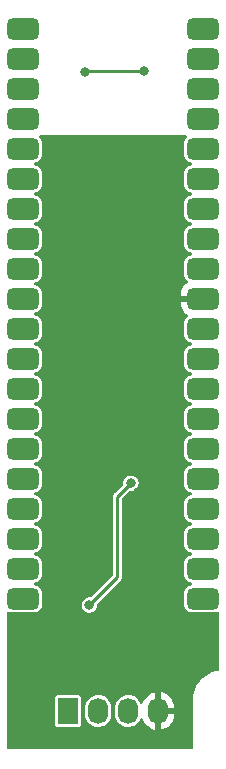
<source format=gbl>
G04 #@! TF.GenerationSoftware,KiCad,Pcbnew,(6.0.10)*
G04 #@! TF.CreationDate,2023-01-05T11:17:19+01:00*
G04 #@! TF.ProjectId,PIC_Interface,5049435f-496e-4746-9572-666163652e6b,rev?*
G04 #@! TF.SameCoordinates,Original*
G04 #@! TF.FileFunction,Copper,L2,Bot*
G04 #@! TF.FilePolarity,Positive*
%FSLAX46Y46*%
G04 Gerber Fmt 4.6, Leading zero omitted, Abs format (unit mm)*
G04 Created by KiCad (PCBNEW (6.0.10)) date 2023-01-05 11:17:19*
%MOMM*%
%LPD*%
G01*
G04 APERTURE LIST*
G04 Aperture macros list*
%AMRoundRect*
0 Rectangle with rounded corners*
0 $1 Rounding radius*
0 $2 $3 $4 $5 $6 $7 $8 $9 X,Y pos of 4 corners*
0 Add a 4 corners polygon primitive as box body*
4,1,4,$2,$3,$4,$5,$6,$7,$8,$9,$2,$3,0*
0 Add four circle primitives for the rounded corners*
1,1,$1+$1,$2,$3*
1,1,$1+$1,$4,$5*
1,1,$1+$1,$6,$7*
1,1,$1+$1,$8,$9*
0 Add four rect primitives between the rounded corners*
20,1,$1+$1,$2,$3,$4,$5,0*
20,1,$1+$1,$4,$5,$6,$7,0*
20,1,$1+$1,$6,$7,$8,$9,0*
20,1,$1+$1,$8,$9,$2,$3,0*%
G04 Aperture macros list end*
G04 #@! TA.AperFunction,ComponentPad*
%ADD10O,1.700000X2.200000*%
G04 #@! TD*
G04 #@! TA.AperFunction,ComponentPad*
%ADD11R,1.700000X2.200000*%
G04 #@! TD*
G04 #@! TA.AperFunction,ComponentPad*
%ADD12RoundRect,0.450000X-0.900000X-0.450000X0.900000X-0.450000X0.900000X0.450000X-0.900000X0.450000X0*%
G04 #@! TD*
G04 #@! TA.AperFunction,ViaPad*
%ADD13C,0.800000*%
G04 #@! TD*
G04 #@! TA.AperFunction,Conductor*
%ADD14C,0.250000*%
G04 #@! TD*
G04 APERTURE END LIST*
D10*
X146810000Y-124750000D03*
X144270000Y-124750000D03*
X141730000Y-124750000D03*
D11*
X139190000Y-124750000D03*
D12*
X150615000Y-67000000D03*
X150615000Y-69540000D03*
X150615000Y-72080000D03*
X150615000Y-74620000D03*
X150615000Y-77160000D03*
X150615000Y-79700000D03*
X150615000Y-82240000D03*
X150615000Y-84780000D03*
X150615000Y-87320000D03*
X150615000Y-89860000D03*
X150615000Y-92400000D03*
X150615000Y-94940000D03*
X150615000Y-97480000D03*
X150615000Y-100020000D03*
X150615000Y-102560000D03*
X150615000Y-105100000D03*
X150615000Y-107640000D03*
X150615000Y-110180000D03*
X150615000Y-112720000D03*
X150615000Y-115260000D03*
X135375000Y-115260000D03*
X135375000Y-112720000D03*
X135375000Y-110180000D03*
X135375000Y-107640000D03*
X135375000Y-105100000D03*
X135375000Y-102560000D03*
X135375000Y-100020000D03*
X135375000Y-97480000D03*
X135375000Y-94940000D03*
X135375000Y-92400000D03*
X135375000Y-89860000D03*
X135375000Y-87320000D03*
X135375000Y-84780000D03*
X135375000Y-82240000D03*
X135375000Y-79700000D03*
X135375000Y-77160000D03*
X135375000Y-74620000D03*
X135375000Y-72080000D03*
X135375000Y-69540000D03*
X135375000Y-67000000D03*
D13*
X137300000Y-121300000D03*
X143200000Y-118500000D03*
X145300000Y-114300000D03*
X140800000Y-118500000D03*
X137000000Y-118700000D03*
X138500000Y-126900000D03*
X144500966Y-105480237D03*
X141000000Y-115800000D03*
X146900000Y-111300000D03*
X148200000Y-78000000D03*
X141000000Y-105600000D03*
X145000000Y-103800000D03*
X142800000Y-91050000D03*
X138000000Y-111800000D03*
X141200000Y-110600000D03*
X141400000Y-102800000D03*
X148200000Y-87000000D03*
X143200000Y-99000000D03*
X137800000Y-94800000D03*
X148600000Y-96200000D03*
X140800000Y-86200000D03*
X144600000Y-107800000D03*
X141025000Y-77325000D03*
X145137911Y-106250500D03*
X143300000Y-96200000D03*
X141200000Y-114112000D03*
X140643750Y-70643750D03*
X145587701Y-70612299D03*
D14*
X143350000Y-106631203D02*
X143350000Y-113450000D01*
X143350000Y-113450000D02*
X141000000Y-115800000D01*
X144500966Y-105480237D02*
X143350000Y-106631203D01*
X140675201Y-70612299D02*
X140643750Y-70643750D01*
X145587701Y-70612299D02*
X140675201Y-70612299D01*
G04 #@! TA.AperFunction,Conductor*
G36*
X149192570Y-76020002D02*
G01*
X149239063Y-76073658D01*
X149249167Y-76143932D01*
X149219673Y-76208512D01*
X149213544Y-76215095D01*
X149156533Y-76272106D01*
X149068201Y-76417959D01*
X149017210Y-76580672D01*
X149010500Y-76653694D01*
X149010500Y-77666306D01*
X149017210Y-77739328D01*
X149068201Y-77902041D01*
X149156533Y-78047894D01*
X149277106Y-78168467D01*
X149283602Y-78172401D01*
X149404537Y-78245642D01*
X149422959Y-78256799D01*
X149430206Y-78259070D01*
X149430208Y-78259071D01*
X149468201Y-78270977D01*
X149584373Y-78307383D01*
X149585672Y-78307790D01*
X149585598Y-78308026D01*
X149645470Y-78339444D01*
X149680520Y-78401185D01*
X149676626Y-78472075D01*
X149635025Y-78529606D01*
X149585654Y-78552153D01*
X149585672Y-78552210D01*
X149585215Y-78552353D01*
X149585214Y-78552354D01*
X149510762Y-78575685D01*
X149430208Y-78600929D01*
X149430206Y-78600930D01*
X149422959Y-78603201D01*
X149416464Y-78607135D01*
X149416463Y-78607135D01*
X149350033Y-78647367D01*
X149277106Y-78691533D01*
X149156533Y-78812106D01*
X149068201Y-78957959D01*
X149017210Y-79120672D01*
X149010500Y-79193694D01*
X149010500Y-80206306D01*
X149017210Y-80279328D01*
X149068201Y-80442041D01*
X149156533Y-80587894D01*
X149277106Y-80708467D01*
X149283602Y-80712401D01*
X149404537Y-80785642D01*
X149422959Y-80796799D01*
X149430206Y-80799070D01*
X149430208Y-80799071D01*
X149468201Y-80810977D01*
X149584373Y-80847383D01*
X149585672Y-80847790D01*
X149585598Y-80848026D01*
X149645470Y-80879444D01*
X149680520Y-80941185D01*
X149676626Y-81012075D01*
X149635025Y-81069606D01*
X149585654Y-81092153D01*
X149585672Y-81092210D01*
X149585215Y-81092353D01*
X149585214Y-81092354D01*
X149510762Y-81115685D01*
X149430208Y-81140929D01*
X149430206Y-81140930D01*
X149422959Y-81143201D01*
X149416464Y-81147135D01*
X149416463Y-81147135D01*
X149350033Y-81187367D01*
X149277106Y-81231533D01*
X149156533Y-81352106D01*
X149068201Y-81497959D01*
X149017210Y-81660672D01*
X149010500Y-81733694D01*
X149010500Y-82746306D01*
X149017210Y-82819328D01*
X149068201Y-82982041D01*
X149156533Y-83127894D01*
X149277106Y-83248467D01*
X149283602Y-83252401D01*
X149404537Y-83325642D01*
X149422959Y-83336799D01*
X149430206Y-83339070D01*
X149430208Y-83339071D01*
X149468201Y-83350977D01*
X149584373Y-83387383D01*
X149585672Y-83387790D01*
X149585598Y-83388026D01*
X149645470Y-83419444D01*
X149680520Y-83481185D01*
X149676626Y-83552075D01*
X149635025Y-83609606D01*
X149585654Y-83632153D01*
X149585672Y-83632210D01*
X149585215Y-83632353D01*
X149585214Y-83632354D01*
X149510762Y-83655685D01*
X149430208Y-83680929D01*
X149430206Y-83680930D01*
X149422959Y-83683201D01*
X149416464Y-83687135D01*
X149416463Y-83687135D01*
X149350033Y-83727367D01*
X149277106Y-83771533D01*
X149156533Y-83892106D01*
X149068201Y-84037959D01*
X149017210Y-84200672D01*
X149010500Y-84273694D01*
X149010500Y-85286306D01*
X149017210Y-85359328D01*
X149068201Y-85522041D01*
X149156533Y-85667894D01*
X149277106Y-85788467D01*
X149283602Y-85792401D01*
X149404537Y-85865642D01*
X149422959Y-85876799D01*
X149430206Y-85879070D01*
X149430208Y-85879071D01*
X149468201Y-85890977D01*
X149584373Y-85927383D01*
X149585672Y-85927790D01*
X149585598Y-85928026D01*
X149645470Y-85959444D01*
X149680520Y-86021185D01*
X149676626Y-86092075D01*
X149635025Y-86149606D01*
X149585654Y-86172153D01*
X149585672Y-86172210D01*
X149585215Y-86172353D01*
X149585214Y-86172354D01*
X149510762Y-86195685D01*
X149430208Y-86220929D01*
X149430206Y-86220930D01*
X149422959Y-86223201D01*
X149416464Y-86227135D01*
X149416463Y-86227135D01*
X149350032Y-86267367D01*
X149277106Y-86311533D01*
X149156533Y-86432106D01*
X149068201Y-86577959D01*
X149017210Y-86740672D01*
X149010500Y-86813694D01*
X149010500Y-87826306D01*
X149017210Y-87899328D01*
X149068201Y-88062041D01*
X149156533Y-88207894D01*
X149277106Y-88328467D01*
X149283602Y-88332401D01*
X149283605Y-88332403D01*
X149289157Y-88335766D01*
X149337063Y-88388164D01*
X149349035Y-88458144D01*
X149321273Y-88523488D01*
X149282260Y-88555202D01*
X149190577Y-88603133D01*
X149179976Y-88610123D01*
X149039038Y-88725069D01*
X149030069Y-88734038D01*
X148915123Y-88874976D01*
X148908135Y-88885574D01*
X148823881Y-89046738D01*
X148819163Y-89058533D01*
X148768931Y-89233714D01*
X148766745Y-89245451D01*
X148757249Y-89351845D01*
X148757000Y-89357440D01*
X148757000Y-89587885D01*
X148761475Y-89603124D01*
X148762865Y-89604329D01*
X148770548Y-89606000D01*
X150743000Y-89606000D01*
X150811121Y-89626002D01*
X150857614Y-89679658D01*
X150869000Y-89732000D01*
X150869000Y-89988000D01*
X150848998Y-90056121D01*
X150795342Y-90102614D01*
X150743000Y-90114000D01*
X148775115Y-90114000D01*
X148759876Y-90118475D01*
X148758671Y-90119865D01*
X148757000Y-90127548D01*
X148757000Y-90362560D01*
X148757249Y-90368155D01*
X148766745Y-90474549D01*
X148768931Y-90486286D01*
X148819163Y-90661467D01*
X148823881Y-90673262D01*
X148908135Y-90834426D01*
X148915123Y-90845024D01*
X149030069Y-90985962D01*
X149039038Y-90994931D01*
X149179976Y-91109877D01*
X149190577Y-91116867D01*
X149282260Y-91164798D01*
X149333361Y-91214084D01*
X149349705Y-91283174D01*
X149326101Y-91350132D01*
X149289157Y-91384234D01*
X149283605Y-91387597D01*
X149277106Y-91391533D01*
X149156533Y-91512106D01*
X149068201Y-91657959D01*
X149017210Y-91820672D01*
X149010500Y-91893694D01*
X149010500Y-92906306D01*
X149017210Y-92979328D01*
X149068201Y-93142041D01*
X149156533Y-93287894D01*
X149277106Y-93408467D01*
X149283602Y-93412401D01*
X149404537Y-93485642D01*
X149422959Y-93496799D01*
X149430206Y-93499070D01*
X149430208Y-93499071D01*
X149468201Y-93510977D01*
X149584373Y-93547383D01*
X149585672Y-93547790D01*
X149585598Y-93548026D01*
X149645470Y-93579444D01*
X149680520Y-93641185D01*
X149676626Y-93712075D01*
X149635025Y-93769606D01*
X149585654Y-93792153D01*
X149585672Y-93792210D01*
X149585215Y-93792353D01*
X149585214Y-93792354D01*
X149510762Y-93815685D01*
X149430208Y-93840929D01*
X149430206Y-93840930D01*
X149422959Y-93843201D01*
X149416464Y-93847135D01*
X149416463Y-93847135D01*
X149350033Y-93887367D01*
X149277106Y-93931533D01*
X149156533Y-94052106D01*
X149068201Y-94197959D01*
X149017210Y-94360672D01*
X149010500Y-94433694D01*
X149010500Y-95446306D01*
X149017210Y-95519328D01*
X149068201Y-95682041D01*
X149156533Y-95827894D01*
X149277106Y-95948467D01*
X149283602Y-95952401D01*
X149404537Y-96025642D01*
X149422959Y-96036799D01*
X149430206Y-96039070D01*
X149430208Y-96039071D01*
X149468201Y-96050977D01*
X149584373Y-96087383D01*
X149585672Y-96087790D01*
X149585598Y-96088026D01*
X149645470Y-96119444D01*
X149680520Y-96181185D01*
X149676626Y-96252075D01*
X149635025Y-96309606D01*
X149585654Y-96332153D01*
X149585672Y-96332210D01*
X149585215Y-96332353D01*
X149585214Y-96332354D01*
X149510762Y-96355685D01*
X149430208Y-96380929D01*
X149430206Y-96380930D01*
X149422959Y-96383201D01*
X149416464Y-96387135D01*
X149416463Y-96387135D01*
X149350032Y-96427367D01*
X149277106Y-96471533D01*
X149156533Y-96592106D01*
X149068201Y-96737959D01*
X149017210Y-96900672D01*
X149010500Y-96973694D01*
X149010500Y-97986306D01*
X149017210Y-98059328D01*
X149068201Y-98222041D01*
X149156533Y-98367894D01*
X149277106Y-98488467D01*
X149283602Y-98492401D01*
X149404537Y-98565642D01*
X149422959Y-98576799D01*
X149430206Y-98579070D01*
X149430208Y-98579071D01*
X149468201Y-98590977D01*
X149584373Y-98627383D01*
X149585672Y-98627790D01*
X149585598Y-98628026D01*
X149645470Y-98659444D01*
X149680520Y-98721185D01*
X149676626Y-98792075D01*
X149635025Y-98849606D01*
X149585654Y-98872153D01*
X149585672Y-98872210D01*
X149585215Y-98872353D01*
X149585214Y-98872354D01*
X149510762Y-98895685D01*
X149430208Y-98920929D01*
X149430206Y-98920930D01*
X149422959Y-98923201D01*
X149416464Y-98927135D01*
X149416463Y-98927135D01*
X149350032Y-98967367D01*
X149277106Y-99011533D01*
X149156533Y-99132106D01*
X149068201Y-99277959D01*
X149017210Y-99440672D01*
X149010500Y-99513694D01*
X149010500Y-100526306D01*
X149017210Y-100599328D01*
X149068201Y-100762041D01*
X149156533Y-100907894D01*
X149277106Y-101028467D01*
X149283602Y-101032401D01*
X149404537Y-101105642D01*
X149422959Y-101116799D01*
X149430206Y-101119070D01*
X149430208Y-101119071D01*
X149468201Y-101130977D01*
X149584373Y-101167383D01*
X149585672Y-101167790D01*
X149585598Y-101168026D01*
X149645470Y-101199444D01*
X149680520Y-101261185D01*
X149676626Y-101332075D01*
X149635025Y-101389606D01*
X149585654Y-101412153D01*
X149585672Y-101412210D01*
X149585215Y-101412353D01*
X149585214Y-101412354D01*
X149510762Y-101435685D01*
X149430208Y-101460929D01*
X149430206Y-101460930D01*
X149422959Y-101463201D01*
X149416464Y-101467135D01*
X149416463Y-101467135D01*
X149350032Y-101507367D01*
X149277106Y-101551533D01*
X149156533Y-101672106D01*
X149068201Y-101817959D01*
X149017210Y-101980672D01*
X149010500Y-102053694D01*
X149010500Y-103066306D01*
X149017210Y-103139328D01*
X149068201Y-103302041D01*
X149156533Y-103447894D01*
X149277106Y-103568467D01*
X149283602Y-103572401D01*
X149404537Y-103645642D01*
X149422959Y-103656799D01*
X149430206Y-103659070D01*
X149430208Y-103659071D01*
X149468201Y-103670977D01*
X149584373Y-103707383D01*
X149585672Y-103707790D01*
X149585598Y-103708026D01*
X149645470Y-103739444D01*
X149680520Y-103801185D01*
X149676626Y-103872075D01*
X149635025Y-103929606D01*
X149585654Y-103952153D01*
X149585672Y-103952210D01*
X149585215Y-103952353D01*
X149585214Y-103952354D01*
X149510762Y-103975685D01*
X149430208Y-104000929D01*
X149430206Y-104000930D01*
X149422959Y-104003201D01*
X149416464Y-104007135D01*
X149416463Y-104007135D01*
X149350032Y-104047367D01*
X149277106Y-104091533D01*
X149156533Y-104212106D01*
X149068201Y-104357959D01*
X149017210Y-104520672D01*
X149010500Y-104593694D01*
X149010500Y-105606306D01*
X149017210Y-105679328D01*
X149019211Y-105685712D01*
X149019211Y-105685714D01*
X149056291Y-105804035D01*
X149068201Y-105842041D01*
X149156533Y-105987894D01*
X149277106Y-106108467D01*
X149322456Y-106135932D01*
X149404537Y-106185642D01*
X149422959Y-106196799D01*
X149430206Y-106199070D01*
X149430208Y-106199071D01*
X149468201Y-106210977D01*
X149584373Y-106247383D01*
X149585672Y-106247790D01*
X149585598Y-106248026D01*
X149645470Y-106279444D01*
X149680520Y-106341185D01*
X149676626Y-106412075D01*
X149635025Y-106469606D01*
X149585654Y-106492153D01*
X149585672Y-106492210D01*
X149585215Y-106492353D01*
X149585214Y-106492354D01*
X149525563Y-106511047D01*
X149430208Y-106540929D01*
X149430206Y-106540930D01*
X149422959Y-106543201D01*
X149416464Y-106547135D01*
X149416463Y-106547135D01*
X149357275Y-106582981D01*
X149277106Y-106631533D01*
X149156533Y-106752106D01*
X149068201Y-106897959D01*
X149017210Y-107060672D01*
X149010500Y-107133694D01*
X149010500Y-108146306D01*
X149017210Y-108219328D01*
X149068201Y-108382041D01*
X149156533Y-108527894D01*
X149277106Y-108648467D01*
X149283602Y-108652401D01*
X149404537Y-108725642D01*
X149422959Y-108736799D01*
X149430206Y-108739070D01*
X149430208Y-108739071D01*
X149468201Y-108750977D01*
X149584373Y-108787383D01*
X149585672Y-108787790D01*
X149585598Y-108788026D01*
X149645470Y-108819444D01*
X149680520Y-108881185D01*
X149676626Y-108952075D01*
X149635025Y-109009606D01*
X149585654Y-109032153D01*
X149585672Y-109032210D01*
X149585215Y-109032353D01*
X149585214Y-109032354D01*
X149510762Y-109055685D01*
X149430208Y-109080929D01*
X149430206Y-109080930D01*
X149422959Y-109083201D01*
X149416464Y-109087135D01*
X149416463Y-109087135D01*
X149350033Y-109127367D01*
X149277106Y-109171533D01*
X149156533Y-109292106D01*
X149068201Y-109437959D01*
X149017210Y-109600672D01*
X149010500Y-109673694D01*
X149010500Y-110686306D01*
X149017210Y-110759328D01*
X149068201Y-110922041D01*
X149156533Y-111067894D01*
X149277106Y-111188467D01*
X149283602Y-111192401D01*
X149404537Y-111265642D01*
X149422959Y-111276799D01*
X149430206Y-111279070D01*
X149430208Y-111279071D01*
X149468201Y-111290977D01*
X149584373Y-111327383D01*
X149585672Y-111327790D01*
X149585598Y-111328026D01*
X149645470Y-111359444D01*
X149680520Y-111421185D01*
X149676626Y-111492075D01*
X149635025Y-111549606D01*
X149585654Y-111572153D01*
X149585672Y-111572210D01*
X149585215Y-111572353D01*
X149585214Y-111572354D01*
X149510762Y-111595685D01*
X149430208Y-111620929D01*
X149430206Y-111620930D01*
X149422959Y-111623201D01*
X149416464Y-111627135D01*
X149416463Y-111627135D01*
X149350033Y-111667367D01*
X149277106Y-111711533D01*
X149156533Y-111832106D01*
X149068201Y-111977959D01*
X149017210Y-112140672D01*
X149010500Y-112213694D01*
X149010500Y-113226306D01*
X149017210Y-113299328D01*
X149019211Y-113305712D01*
X149019211Y-113305714D01*
X149062662Y-113444365D01*
X149068201Y-113462041D01*
X149072135Y-113468536D01*
X149072135Y-113468537D01*
X149087695Y-113494229D01*
X149156533Y-113607894D01*
X149277106Y-113728467D01*
X149283602Y-113732401D01*
X149404537Y-113805642D01*
X149422959Y-113816799D01*
X149430206Y-113819070D01*
X149430208Y-113819071D01*
X149468201Y-113830977D01*
X149584373Y-113867383D01*
X149585672Y-113867790D01*
X149585598Y-113868026D01*
X149645470Y-113899444D01*
X149680520Y-113961185D01*
X149676626Y-114032075D01*
X149635025Y-114089606D01*
X149585654Y-114112153D01*
X149585672Y-114112210D01*
X149585215Y-114112353D01*
X149585214Y-114112354D01*
X149510762Y-114135685D01*
X149430208Y-114160929D01*
X149430206Y-114160930D01*
X149422959Y-114163201D01*
X149416464Y-114167135D01*
X149416463Y-114167135D01*
X149350032Y-114207367D01*
X149277106Y-114251533D01*
X149156533Y-114372106D01*
X149068201Y-114517959D01*
X149017210Y-114680672D01*
X149010500Y-114753694D01*
X149010500Y-115766306D01*
X149017210Y-115839328D01*
X149019211Y-115845712D01*
X149019211Y-115845714D01*
X149052066Y-115950553D01*
X149068201Y-116002041D01*
X149156533Y-116147894D01*
X149277106Y-116268467D01*
X149283602Y-116272401D01*
X149415965Y-116352563D01*
X149422959Y-116356799D01*
X149430206Y-116359070D01*
X149430208Y-116359071D01*
X149579286Y-116405789D01*
X149579288Y-116405789D01*
X149585672Y-116407790D01*
X149658694Y-116414500D01*
X151571306Y-116414500D01*
X151644328Y-116407790D01*
X151650712Y-116405789D01*
X151650714Y-116405789D01*
X151799789Y-116359072D01*
X151799792Y-116359071D01*
X151807041Y-116356799D01*
X151813539Y-116352864D01*
X151817651Y-116351007D01*
X151887968Y-116341206D01*
X151952422Y-116370977D01*
X151990548Y-116430867D01*
X151995500Y-116465845D01*
X151995500Y-121236424D01*
X151975498Y-121304545D01*
X151921842Y-121351038D01*
X151892214Y-121360360D01*
X151649540Y-121404831D01*
X151360271Y-121494970D01*
X151356801Y-121496532D01*
X151356795Y-121496534D01*
X151222123Y-121557145D01*
X151083976Y-121619320D01*
X151080719Y-121621289D01*
X151080715Y-121621291D01*
X151002034Y-121668856D01*
X150824685Y-121776067D01*
X150586177Y-121962925D01*
X150371932Y-122177169D01*
X150369590Y-122180159D01*
X150369585Y-122180164D01*
X150187416Y-122412685D01*
X150185073Y-122415676D01*
X150028325Y-122674966D01*
X149903974Y-122951261D01*
X149813834Y-123240529D01*
X149813150Y-123244263D01*
X149813148Y-123244270D01*
X149767348Y-123494187D01*
X149759217Y-123538554D01*
X149758988Y-123542342D01*
X149758987Y-123542349D01*
X149751603Y-123664423D01*
X149741100Y-123838041D01*
X149740514Y-123840989D01*
X149742934Y-123853155D01*
X149742934Y-123853156D01*
X149743079Y-123853883D01*
X149745500Y-123878465D01*
X149745500Y-127869500D01*
X149725498Y-127937621D01*
X149671842Y-127984114D01*
X149619500Y-127995500D01*
X134130500Y-127995500D01*
X134062379Y-127975498D01*
X134015886Y-127921842D01*
X134004500Y-127869500D01*
X134004500Y-123624933D01*
X138085500Y-123624933D01*
X138085501Y-125875066D01*
X138100266Y-125949301D01*
X138107161Y-125959620D01*
X138107162Y-125959622D01*
X138138027Y-126005813D01*
X138156516Y-126033484D01*
X138240699Y-126089734D01*
X138314933Y-126104500D01*
X139189858Y-126104500D01*
X140065066Y-126104499D01*
X140102513Y-126097051D01*
X140127126Y-126092156D01*
X140127128Y-126092155D01*
X140139301Y-126089734D01*
X140149621Y-126082839D01*
X140149622Y-126082838D01*
X140213168Y-126040377D01*
X140223484Y-126033484D01*
X140249309Y-125994835D01*
X140272839Y-125959620D01*
X140279734Y-125949301D01*
X140294500Y-125875067D01*
X140294500Y-125052659D01*
X140625500Y-125052659D01*
X140640493Y-125209806D01*
X140699823Y-125412042D01*
X140702573Y-125417381D01*
X140779454Y-125566654D01*
X140796324Y-125599410D01*
X140800028Y-125604125D01*
X140922808Y-125760432D01*
X140922812Y-125760436D01*
X140926514Y-125765149D01*
X140931044Y-125769080D01*
X140931045Y-125769081D01*
X141081165Y-125899350D01*
X141081170Y-125899354D01*
X141085696Y-125903281D01*
X141268126Y-126008819D01*
X141467222Y-126077957D01*
X141473155Y-126078817D01*
X141473158Y-126078818D01*
X141669860Y-126107338D01*
X141669863Y-126107338D01*
X141675800Y-126108199D01*
X141886333Y-126098455D01*
X141892157Y-126097051D01*
X141892160Y-126097051D01*
X142085393Y-126050482D01*
X142085395Y-126050481D01*
X142091226Y-126049076D01*
X142096684Y-126046594D01*
X142096688Y-126046593D01*
X142211294Y-125994484D01*
X142283084Y-125961843D01*
X142429659Y-125857870D01*
X142450100Y-125843370D01*
X142450101Y-125843369D01*
X142454986Y-125839904D01*
X142600728Y-125687660D01*
X142657710Y-125599410D01*
X142711800Y-125515640D01*
X142711801Y-125515637D01*
X142715052Y-125510603D01*
X142793834Y-125315122D01*
X142834229Y-125108271D01*
X142834500Y-125102730D01*
X142834500Y-125052659D01*
X143165500Y-125052659D01*
X143180493Y-125209806D01*
X143239823Y-125412042D01*
X143242573Y-125417381D01*
X143319454Y-125566654D01*
X143336324Y-125599410D01*
X143340028Y-125604125D01*
X143462808Y-125760432D01*
X143462812Y-125760436D01*
X143466514Y-125765149D01*
X143471044Y-125769080D01*
X143471045Y-125769081D01*
X143621165Y-125899350D01*
X143621170Y-125899354D01*
X143625696Y-125903281D01*
X143808126Y-126008819D01*
X144007222Y-126077957D01*
X144013155Y-126078817D01*
X144013158Y-126078818D01*
X144209860Y-126107338D01*
X144209863Y-126107338D01*
X144215800Y-126108199D01*
X144426333Y-126098455D01*
X144432157Y-126097051D01*
X144432160Y-126097051D01*
X144625393Y-126050482D01*
X144625395Y-126050481D01*
X144631226Y-126049076D01*
X144636684Y-126046594D01*
X144636688Y-126046593D01*
X144751294Y-125994484D01*
X144823084Y-125961843D01*
X144969659Y-125857870D01*
X144990100Y-125843370D01*
X144990101Y-125843369D01*
X144994986Y-125839904D01*
X145140728Y-125687660D01*
X145197710Y-125599410D01*
X145251800Y-125515640D01*
X145251801Y-125515637D01*
X145255052Y-125510603D01*
X145285241Y-125435696D01*
X145329257Y-125379990D01*
X145396402Y-125356924D01*
X145465359Y-125373821D01*
X145514233Y-125425317D01*
X145520847Y-125442690D01*
X145521360Y-125442509D01*
X145526665Y-125457575D01*
X145616937Y-125657970D01*
X145622106Y-125667256D01*
X145744850Y-125849575D01*
X145751519Y-125857870D01*
X145903228Y-126016900D01*
X145911186Y-126023941D01*
X146087525Y-126155141D01*
X146096562Y-126160745D01*
X146292484Y-126260357D01*
X146302335Y-126264357D01*
X146512240Y-126329534D01*
X146522624Y-126331817D01*
X146538043Y-126333861D01*
X146552207Y-126331665D01*
X146556000Y-126318478D01*
X146556000Y-126316192D01*
X147064000Y-126316192D01*
X147067973Y-126329723D01*
X147078580Y-126331248D01*
X147196421Y-126306523D01*
X147206617Y-126303463D01*
X147411029Y-126222737D01*
X147420561Y-126218006D01*
X147608462Y-126103984D01*
X147617052Y-126097720D01*
X147783052Y-125953673D01*
X147790472Y-125946042D01*
X147929826Y-125776089D01*
X147935850Y-125767322D01*
X148044576Y-125576318D01*
X148049041Y-125566654D01*
X148124031Y-125360059D01*
X148126802Y-125349792D01*
X148166123Y-125132345D01*
X148167056Y-125124116D01*
X148167930Y-125105598D01*
X148168000Y-125102623D01*
X148168000Y-125022115D01*
X148163525Y-125006876D01*
X148162135Y-125005671D01*
X148154452Y-125004000D01*
X147082115Y-125004000D01*
X147066876Y-125008475D01*
X147065671Y-125009865D01*
X147064000Y-125017548D01*
X147064000Y-126316192D01*
X146556000Y-126316192D01*
X146556000Y-124477885D01*
X147064000Y-124477885D01*
X147068475Y-124493124D01*
X147069865Y-124494329D01*
X147077548Y-124496000D01*
X148149885Y-124496000D01*
X148165124Y-124491525D01*
X148166329Y-124490135D01*
X148168000Y-124482452D01*
X148168000Y-124444794D01*
X148167775Y-124439485D01*
X148153876Y-124275675D01*
X148152086Y-124265203D01*
X148096870Y-124052465D01*
X148093335Y-124042425D01*
X148003063Y-123842030D01*
X147997894Y-123832744D01*
X147875150Y-123650425D01*
X147868481Y-123642130D01*
X147716772Y-123483100D01*
X147708814Y-123476059D01*
X147532475Y-123344859D01*
X147523438Y-123339255D01*
X147327516Y-123239643D01*
X147317665Y-123235643D01*
X147107760Y-123170466D01*
X147097376Y-123168183D01*
X147081957Y-123166139D01*
X147067793Y-123168335D01*
X147064000Y-123181522D01*
X147064000Y-124477885D01*
X146556000Y-124477885D01*
X146556000Y-123183808D01*
X146552027Y-123170277D01*
X146541420Y-123168752D01*
X146423579Y-123193477D01*
X146413383Y-123196537D01*
X146208971Y-123277263D01*
X146199439Y-123281994D01*
X146011538Y-123396016D01*
X146002948Y-123402280D01*
X145836948Y-123546327D01*
X145829528Y-123553958D01*
X145690174Y-123723911D01*
X145684150Y-123732678D01*
X145575424Y-123923682D01*
X145570959Y-123933346D01*
X145524497Y-124061345D01*
X145482452Y-124118553D01*
X145416153Y-124143949D01*
X145346649Y-124129469D01*
X145294042Y-124076046D01*
X145206422Y-123905921D01*
X145206420Y-123905918D01*
X145203676Y-123900590D01*
X145134355Y-123812340D01*
X145077192Y-123739568D01*
X145077188Y-123739564D01*
X145073486Y-123734851D01*
X145060879Y-123723911D01*
X144918835Y-123600650D01*
X144918830Y-123600646D01*
X144914304Y-123596719D01*
X144731874Y-123491181D01*
X144532778Y-123422043D01*
X144526845Y-123421183D01*
X144526842Y-123421182D01*
X144330140Y-123392662D01*
X144330137Y-123392662D01*
X144324200Y-123391801D01*
X144113667Y-123401545D01*
X144107843Y-123402949D01*
X144107840Y-123402949D01*
X143914607Y-123449518D01*
X143914605Y-123449519D01*
X143908774Y-123450924D01*
X143903316Y-123453406D01*
X143903312Y-123453407D01*
X143838007Y-123483100D01*
X143716916Y-123538157D01*
X143638594Y-123593715D01*
X143558648Y-123650425D01*
X143545014Y-123660096D01*
X143399272Y-123812340D01*
X143396021Y-123817375D01*
X143321140Y-123933346D01*
X143284948Y-123989397D01*
X143206166Y-124184878D01*
X143165771Y-124391729D01*
X143165500Y-124397270D01*
X143165500Y-125052659D01*
X142834500Y-125052659D01*
X142834500Y-124447341D01*
X142819507Y-124290194D01*
X142760177Y-124087958D01*
X142709415Y-123989397D01*
X142666422Y-123905921D01*
X142666420Y-123905918D01*
X142663676Y-123900590D01*
X142594355Y-123812340D01*
X142537192Y-123739568D01*
X142537188Y-123739564D01*
X142533486Y-123734851D01*
X142520879Y-123723911D01*
X142378835Y-123600650D01*
X142378830Y-123600646D01*
X142374304Y-123596719D01*
X142191874Y-123491181D01*
X141992778Y-123422043D01*
X141986845Y-123421183D01*
X141986842Y-123421182D01*
X141790140Y-123392662D01*
X141790137Y-123392662D01*
X141784200Y-123391801D01*
X141573667Y-123401545D01*
X141567843Y-123402949D01*
X141567840Y-123402949D01*
X141374607Y-123449518D01*
X141374605Y-123449519D01*
X141368774Y-123450924D01*
X141363316Y-123453406D01*
X141363312Y-123453407D01*
X141298007Y-123483100D01*
X141176916Y-123538157D01*
X141098594Y-123593715D01*
X141018648Y-123650425D01*
X141005014Y-123660096D01*
X140859272Y-123812340D01*
X140856021Y-123817375D01*
X140781140Y-123933346D01*
X140744948Y-123989397D01*
X140666166Y-124184878D01*
X140625771Y-124391729D01*
X140625500Y-124397270D01*
X140625500Y-125052659D01*
X140294500Y-125052659D01*
X140294499Y-123624934D01*
X140279734Y-123550699D01*
X140269697Y-123535677D01*
X140230377Y-123476832D01*
X140223484Y-123466516D01*
X140139301Y-123410266D01*
X140065067Y-123395500D01*
X139190142Y-123395500D01*
X138314934Y-123395501D01*
X138280851Y-123402280D01*
X138252874Y-123407844D01*
X138252872Y-123407845D01*
X138240699Y-123410266D01*
X138230379Y-123417161D01*
X138230378Y-123417162D01*
X138181955Y-123449518D01*
X138156516Y-123466516D01*
X138149623Y-123476832D01*
X138110304Y-123535677D01*
X138100266Y-123550699D01*
X138085500Y-123624933D01*
X134004500Y-123624933D01*
X134004500Y-116470360D01*
X134024502Y-116402239D01*
X134078158Y-116355746D01*
X134148432Y-116345642D01*
X134179462Y-116354681D01*
X134182959Y-116356799D01*
X134190206Y-116359070D01*
X134190208Y-116359071D01*
X134339286Y-116405789D01*
X134339288Y-116405789D01*
X134345672Y-116407790D01*
X134418694Y-116414500D01*
X136331306Y-116414500D01*
X136404328Y-116407790D01*
X136410712Y-116405789D01*
X136410714Y-116405789D01*
X136559792Y-116359071D01*
X136559794Y-116359070D01*
X136567041Y-116356799D01*
X136574036Y-116352563D01*
X136706398Y-116272401D01*
X136712894Y-116268467D01*
X136833467Y-116147894D01*
X136921799Y-116002041D01*
X136937935Y-115950553D01*
X136970789Y-115845714D01*
X136970789Y-115845712D01*
X136972790Y-115839328D01*
X136977038Y-115793096D01*
X140340729Y-115793096D01*
X140358113Y-115950553D01*
X140360723Y-115957684D01*
X140360723Y-115957686D01*
X140376955Y-116002041D01*
X140412553Y-116099319D01*
X140416789Y-116105622D01*
X140416789Y-116105623D01*
X140448805Y-116153267D01*
X140500908Y-116230805D01*
X140506527Y-116235918D01*
X140506528Y-116235919D01*
X140612460Y-116332309D01*
X140618076Y-116337419D01*
X140757293Y-116413008D01*
X140910522Y-116453207D01*
X140994477Y-116454526D01*
X141061319Y-116455576D01*
X141061322Y-116455576D01*
X141068916Y-116455695D01*
X141223332Y-116420329D01*
X141293742Y-116384917D01*
X141358072Y-116352563D01*
X141358075Y-116352561D01*
X141364855Y-116349151D01*
X141370626Y-116344222D01*
X141370629Y-116344220D01*
X141479536Y-116251204D01*
X141479536Y-116251203D01*
X141485314Y-116246269D01*
X141577755Y-116117624D01*
X141636842Y-115970641D01*
X141655530Y-115839328D01*
X141658581Y-115817891D01*
X141658581Y-115817888D01*
X141659162Y-115813807D01*
X141659307Y-115800000D01*
X141653437Y-115751496D01*
X141665109Y-115681468D01*
X141689429Y-115647265D01*
X143580216Y-113756478D01*
X143598964Y-113741336D01*
X143600189Y-113740221D01*
X143608940Y-113734571D01*
X143615387Y-113726393D01*
X143615389Y-113726391D01*
X143629729Y-113708200D01*
X143633675Y-113703759D01*
X143633602Y-113703697D01*
X143636961Y-113699733D01*
X143640638Y-113696056D01*
X143651892Y-113680308D01*
X143655398Y-113675638D01*
X143687156Y-113635353D01*
X143690188Y-113626719D01*
X143695514Y-113619266D01*
X143710203Y-113570150D01*
X143712036Y-113564508D01*
X143726390Y-113523633D01*
X143726390Y-113523632D01*
X143729018Y-113516149D01*
X143729500Y-113510584D01*
X143729500Y-113507876D01*
X143729614Y-113505242D01*
X143729643Y-113505144D01*
X143729807Y-113505151D01*
X143729851Y-113504447D01*
X143731713Y-113498222D01*
X143729597Y-113444365D01*
X143729500Y-113439418D01*
X143729500Y-106840587D01*
X143749502Y-106772466D01*
X143766405Y-106751492D01*
X144347144Y-106170753D01*
X144409456Y-106136727D01*
X144438218Y-106133864D01*
X144562284Y-106135813D01*
X144562287Y-106135813D01*
X144569882Y-106135932D01*
X144724298Y-106100566D01*
X144794708Y-106065154D01*
X144859038Y-106032800D01*
X144859041Y-106032798D01*
X144865821Y-106029388D01*
X144871592Y-106024459D01*
X144871595Y-106024457D01*
X144980502Y-105931441D01*
X144980502Y-105931440D01*
X144986280Y-105926506D01*
X145078721Y-105797861D01*
X145137808Y-105650878D01*
X145160128Y-105494044D01*
X145160273Y-105480237D01*
X145141242Y-105322970D01*
X145085246Y-105174783D01*
X144995519Y-105044229D01*
X144877241Y-104938848D01*
X144869855Y-104934937D01*
X144743954Y-104868276D01*
X144743955Y-104868276D01*
X144737240Y-104864721D01*
X144583599Y-104826129D01*
X144576000Y-104826089D01*
X144575999Y-104826089D01*
X144510147Y-104825744D01*
X144425187Y-104825299D01*
X144417807Y-104827071D01*
X144417805Y-104827071D01*
X144278529Y-104860508D01*
X144278526Y-104860509D01*
X144271150Y-104862280D01*
X144130380Y-104934937D01*
X144011005Y-105039075D01*
X143919916Y-105168681D01*
X143862372Y-105316274D01*
X143841695Y-105473333D01*
X143844510Y-105498828D01*
X143847929Y-105529803D01*
X143835523Y-105599707D01*
X143811785Y-105632724D01*
X143119784Y-106324725D01*
X143101036Y-106339867D01*
X143099811Y-106340982D01*
X143091060Y-106346632D01*
X143084613Y-106354810D01*
X143084611Y-106354812D01*
X143070271Y-106373003D01*
X143066325Y-106377444D01*
X143066398Y-106377506D01*
X143063039Y-106381470D01*
X143059362Y-106385147D01*
X143048108Y-106400895D01*
X143044602Y-106405565D01*
X143012844Y-106445850D01*
X143009812Y-106454484D01*
X143004486Y-106461937D01*
X143001501Y-106471918D01*
X142989799Y-106511047D01*
X142987964Y-106516695D01*
X142976701Y-106548769D01*
X142970982Y-106565054D01*
X142970500Y-106570619D01*
X142970500Y-106573327D01*
X142970386Y-106575961D01*
X142970357Y-106576059D01*
X142970193Y-106576052D01*
X142970149Y-106576756D01*
X142968287Y-106582981D01*
X142968696Y-106593386D01*
X142970403Y-106636838D01*
X142970500Y-106641785D01*
X142970500Y-113240616D01*
X142950498Y-113308737D01*
X142933595Y-113329711D01*
X141154411Y-115108895D01*
X141092099Y-115142921D01*
X141064658Y-115145798D01*
X140924221Y-115145062D01*
X140916841Y-115146834D01*
X140916839Y-115146834D01*
X140777563Y-115180271D01*
X140777560Y-115180272D01*
X140770184Y-115182043D01*
X140629414Y-115254700D01*
X140510039Y-115358838D01*
X140418950Y-115488444D01*
X140361406Y-115636037D01*
X140360414Y-115643570D01*
X140360414Y-115643571D01*
X140354220Y-115690623D01*
X140340729Y-115793096D01*
X136977038Y-115793096D01*
X136979500Y-115766306D01*
X136979500Y-114753694D01*
X136972790Y-114680672D01*
X136921799Y-114517959D01*
X136833467Y-114372106D01*
X136712894Y-114251533D01*
X136639967Y-114207367D01*
X136573537Y-114167135D01*
X136573536Y-114167135D01*
X136567041Y-114163201D01*
X136559794Y-114160930D01*
X136559792Y-114160929D01*
X136479238Y-114135685D01*
X136404328Y-114112210D01*
X136404402Y-114111974D01*
X136344530Y-114080556D01*
X136309480Y-114018815D01*
X136313374Y-113947925D01*
X136354975Y-113890394D01*
X136404346Y-113867847D01*
X136404328Y-113867790D01*
X136404785Y-113867647D01*
X136404786Y-113867646D01*
X136521799Y-113830977D01*
X136559792Y-113819071D01*
X136559794Y-113819070D01*
X136567041Y-113816799D01*
X136585464Y-113805642D01*
X136706398Y-113732401D01*
X136712894Y-113728467D01*
X136833467Y-113607894D01*
X136902305Y-113494229D01*
X136917865Y-113468537D01*
X136917865Y-113468536D01*
X136921799Y-113462041D01*
X136927339Y-113444365D01*
X136970789Y-113305714D01*
X136970789Y-113305712D01*
X136972790Y-113299328D01*
X136979500Y-113226306D01*
X136979500Y-112213694D01*
X136972790Y-112140672D01*
X136921799Y-111977959D01*
X136833467Y-111832106D01*
X136712894Y-111711533D01*
X136639967Y-111667367D01*
X136573537Y-111627135D01*
X136573536Y-111627135D01*
X136567041Y-111623201D01*
X136559794Y-111620930D01*
X136559792Y-111620929D01*
X136479238Y-111595685D01*
X136404328Y-111572210D01*
X136404402Y-111571974D01*
X136344530Y-111540556D01*
X136309480Y-111478815D01*
X136313374Y-111407925D01*
X136354975Y-111350394D01*
X136404346Y-111327847D01*
X136404328Y-111327790D01*
X136404785Y-111327647D01*
X136404786Y-111327646D01*
X136521799Y-111290977D01*
X136559792Y-111279071D01*
X136559794Y-111279070D01*
X136567041Y-111276799D01*
X136585464Y-111265642D01*
X136706398Y-111192401D01*
X136712894Y-111188467D01*
X136833467Y-111067894D01*
X136921799Y-110922041D01*
X136972790Y-110759328D01*
X136979500Y-110686306D01*
X136979500Y-109673694D01*
X136972790Y-109600672D01*
X136921799Y-109437959D01*
X136833467Y-109292106D01*
X136712894Y-109171533D01*
X136639968Y-109127367D01*
X136573537Y-109087135D01*
X136573536Y-109087135D01*
X136567041Y-109083201D01*
X136559794Y-109080930D01*
X136559792Y-109080929D01*
X136479238Y-109055685D01*
X136404328Y-109032210D01*
X136404402Y-109031974D01*
X136344530Y-109000556D01*
X136309480Y-108938815D01*
X136313374Y-108867925D01*
X136354975Y-108810394D01*
X136404346Y-108787847D01*
X136404328Y-108787790D01*
X136404785Y-108787647D01*
X136404786Y-108787646D01*
X136521799Y-108750977D01*
X136559792Y-108739071D01*
X136559794Y-108739070D01*
X136567041Y-108736799D01*
X136585464Y-108725642D01*
X136706398Y-108652401D01*
X136712894Y-108648467D01*
X136833467Y-108527894D01*
X136921799Y-108382041D01*
X136972790Y-108219328D01*
X136979500Y-108146306D01*
X136979500Y-107133694D01*
X136972790Y-107060672D01*
X136921799Y-106897959D01*
X136833467Y-106752106D01*
X136712894Y-106631533D01*
X136632725Y-106582981D01*
X136573537Y-106547135D01*
X136573536Y-106547135D01*
X136567041Y-106543201D01*
X136559794Y-106540930D01*
X136559792Y-106540929D01*
X136464437Y-106511047D01*
X136404328Y-106492210D01*
X136404402Y-106491974D01*
X136344530Y-106460556D01*
X136309480Y-106398815D01*
X136313374Y-106327925D01*
X136354975Y-106270394D01*
X136404346Y-106247847D01*
X136404328Y-106247790D01*
X136404785Y-106247647D01*
X136404786Y-106247646D01*
X136521799Y-106210977D01*
X136559792Y-106199071D01*
X136559794Y-106199070D01*
X136567041Y-106196799D01*
X136585464Y-106185642D01*
X136667544Y-106135932D01*
X136712894Y-106108467D01*
X136833467Y-105987894D01*
X136921799Y-105842041D01*
X136933710Y-105804035D01*
X136970789Y-105685714D01*
X136970789Y-105685712D01*
X136972790Y-105679328D01*
X136979500Y-105606306D01*
X136979500Y-104593694D01*
X136972790Y-104520672D01*
X136921799Y-104357959D01*
X136833467Y-104212106D01*
X136712894Y-104091533D01*
X136639968Y-104047367D01*
X136573537Y-104007135D01*
X136573536Y-104007135D01*
X136567041Y-104003201D01*
X136559794Y-104000930D01*
X136559792Y-104000929D01*
X136479238Y-103975685D01*
X136404328Y-103952210D01*
X136404402Y-103951974D01*
X136344530Y-103920556D01*
X136309480Y-103858815D01*
X136313374Y-103787925D01*
X136354975Y-103730394D01*
X136404346Y-103707847D01*
X136404328Y-103707790D01*
X136404785Y-103707647D01*
X136404786Y-103707646D01*
X136521799Y-103670977D01*
X136559792Y-103659071D01*
X136559794Y-103659070D01*
X136567041Y-103656799D01*
X136585464Y-103645642D01*
X136706398Y-103572401D01*
X136712894Y-103568467D01*
X136833467Y-103447894D01*
X136921799Y-103302041D01*
X136972790Y-103139328D01*
X136979500Y-103066306D01*
X136979500Y-102053694D01*
X136972790Y-101980672D01*
X136921799Y-101817959D01*
X136833467Y-101672106D01*
X136712894Y-101551533D01*
X136639967Y-101507367D01*
X136573537Y-101467135D01*
X136573536Y-101467135D01*
X136567041Y-101463201D01*
X136559794Y-101460930D01*
X136559792Y-101460929D01*
X136479238Y-101435685D01*
X136404328Y-101412210D01*
X136404402Y-101411974D01*
X136344530Y-101380556D01*
X136309480Y-101318815D01*
X136313374Y-101247925D01*
X136354975Y-101190394D01*
X136404346Y-101167847D01*
X136404328Y-101167790D01*
X136404785Y-101167647D01*
X136404786Y-101167646D01*
X136521799Y-101130977D01*
X136559792Y-101119071D01*
X136559794Y-101119070D01*
X136567041Y-101116799D01*
X136585464Y-101105642D01*
X136706398Y-101032401D01*
X136712894Y-101028467D01*
X136833467Y-100907894D01*
X136921799Y-100762041D01*
X136972790Y-100599328D01*
X136979500Y-100526306D01*
X136979500Y-99513694D01*
X136972790Y-99440672D01*
X136921799Y-99277959D01*
X136833467Y-99132106D01*
X136712894Y-99011533D01*
X136639967Y-98967367D01*
X136573537Y-98927135D01*
X136573536Y-98927135D01*
X136567041Y-98923201D01*
X136559794Y-98920930D01*
X136559792Y-98920929D01*
X136479238Y-98895685D01*
X136404328Y-98872210D01*
X136404402Y-98871974D01*
X136344530Y-98840556D01*
X136309480Y-98778815D01*
X136313374Y-98707925D01*
X136354975Y-98650394D01*
X136404346Y-98627847D01*
X136404328Y-98627790D01*
X136404785Y-98627647D01*
X136404786Y-98627646D01*
X136521799Y-98590977D01*
X136559792Y-98579071D01*
X136559794Y-98579070D01*
X136567041Y-98576799D01*
X136585464Y-98565642D01*
X136706398Y-98492401D01*
X136712894Y-98488467D01*
X136833467Y-98367894D01*
X136921799Y-98222041D01*
X136972790Y-98059328D01*
X136979500Y-97986306D01*
X136979500Y-96973694D01*
X136972790Y-96900672D01*
X136921799Y-96737959D01*
X136833467Y-96592106D01*
X136712894Y-96471533D01*
X136639968Y-96427367D01*
X136573537Y-96387135D01*
X136573536Y-96387135D01*
X136567041Y-96383201D01*
X136559794Y-96380930D01*
X136559792Y-96380929D01*
X136479238Y-96355685D01*
X136404328Y-96332210D01*
X136404402Y-96331974D01*
X136344530Y-96300556D01*
X136309480Y-96238815D01*
X136313374Y-96167925D01*
X136354975Y-96110394D01*
X136404346Y-96087847D01*
X136404328Y-96087790D01*
X136404785Y-96087647D01*
X136404786Y-96087646D01*
X136521799Y-96050977D01*
X136559792Y-96039071D01*
X136559794Y-96039070D01*
X136567041Y-96036799D01*
X136585464Y-96025642D01*
X136706398Y-95952401D01*
X136712894Y-95948467D01*
X136833467Y-95827894D01*
X136921799Y-95682041D01*
X136972790Y-95519328D01*
X136979500Y-95446306D01*
X136979500Y-94433694D01*
X136972790Y-94360672D01*
X136921799Y-94197959D01*
X136833467Y-94052106D01*
X136712894Y-93931533D01*
X136639967Y-93887367D01*
X136573537Y-93847135D01*
X136573536Y-93847135D01*
X136567041Y-93843201D01*
X136559794Y-93840930D01*
X136559792Y-93840929D01*
X136479238Y-93815685D01*
X136404328Y-93792210D01*
X136404402Y-93791974D01*
X136344530Y-93760556D01*
X136309480Y-93698815D01*
X136313374Y-93627925D01*
X136354975Y-93570394D01*
X136404346Y-93547847D01*
X136404328Y-93547790D01*
X136404785Y-93547647D01*
X136404786Y-93547646D01*
X136521799Y-93510977D01*
X136559792Y-93499071D01*
X136559794Y-93499070D01*
X136567041Y-93496799D01*
X136585464Y-93485642D01*
X136706398Y-93412401D01*
X136712894Y-93408467D01*
X136833467Y-93287894D01*
X136921799Y-93142041D01*
X136972790Y-92979328D01*
X136979500Y-92906306D01*
X136979500Y-91893694D01*
X136972790Y-91820672D01*
X136921799Y-91657959D01*
X136833467Y-91512106D01*
X136712894Y-91391533D01*
X136567041Y-91303201D01*
X136559794Y-91300930D01*
X136559792Y-91300929D01*
X136479238Y-91275685D01*
X136404328Y-91252210D01*
X136404402Y-91251974D01*
X136344530Y-91220556D01*
X136309480Y-91158815D01*
X136313374Y-91087925D01*
X136354975Y-91030394D01*
X136404346Y-91007847D01*
X136404328Y-91007790D01*
X136404785Y-91007647D01*
X136404786Y-91007646D01*
X136479238Y-90984315D01*
X136559792Y-90959071D01*
X136559794Y-90959070D01*
X136567041Y-90956799D01*
X136585464Y-90945642D01*
X136706398Y-90872401D01*
X136712894Y-90868467D01*
X136833467Y-90747894D01*
X136921799Y-90602041D01*
X136958075Y-90486286D01*
X136970789Y-90445714D01*
X136970789Y-90445712D01*
X136972790Y-90439328D01*
X136979500Y-90366306D01*
X136979500Y-89353694D01*
X136972790Y-89280672D01*
X136970789Y-89274286D01*
X136924071Y-89125208D01*
X136924070Y-89125206D01*
X136921799Y-89117959D01*
X136833467Y-88972106D01*
X136712894Y-88851533D01*
X136567041Y-88763201D01*
X136559794Y-88760930D01*
X136559792Y-88760929D01*
X136445361Y-88725069D01*
X136404328Y-88712210D01*
X136404402Y-88711974D01*
X136344530Y-88680556D01*
X136309480Y-88618815D01*
X136313374Y-88547925D01*
X136354975Y-88490394D01*
X136404346Y-88467847D01*
X136404328Y-88467790D01*
X136404785Y-88467647D01*
X136404786Y-88467646D01*
X136479238Y-88444315D01*
X136559792Y-88419071D01*
X136559794Y-88419070D01*
X136567041Y-88416799D01*
X136585464Y-88405642D01*
X136706398Y-88332401D01*
X136712894Y-88328467D01*
X136833467Y-88207894D01*
X136921799Y-88062041D01*
X136972790Y-87899328D01*
X136979500Y-87826306D01*
X136979500Y-86813694D01*
X136972790Y-86740672D01*
X136921799Y-86577959D01*
X136833467Y-86432106D01*
X136712894Y-86311533D01*
X136639967Y-86267367D01*
X136573537Y-86227135D01*
X136573536Y-86227135D01*
X136567041Y-86223201D01*
X136559794Y-86220930D01*
X136559792Y-86220929D01*
X136479238Y-86195685D01*
X136404328Y-86172210D01*
X136404402Y-86171974D01*
X136344530Y-86140556D01*
X136309480Y-86078815D01*
X136313374Y-86007925D01*
X136354975Y-85950394D01*
X136404346Y-85927847D01*
X136404328Y-85927790D01*
X136404785Y-85927647D01*
X136404786Y-85927646D01*
X136521799Y-85890977D01*
X136559792Y-85879071D01*
X136559794Y-85879070D01*
X136567041Y-85876799D01*
X136585464Y-85865642D01*
X136706398Y-85792401D01*
X136712894Y-85788467D01*
X136833467Y-85667894D01*
X136921799Y-85522041D01*
X136972790Y-85359328D01*
X136979500Y-85286306D01*
X136979500Y-84273694D01*
X136972790Y-84200672D01*
X136921799Y-84037959D01*
X136833467Y-83892106D01*
X136712894Y-83771533D01*
X136639967Y-83727367D01*
X136573537Y-83687135D01*
X136573536Y-83687135D01*
X136567041Y-83683201D01*
X136559794Y-83680930D01*
X136559792Y-83680929D01*
X136479238Y-83655685D01*
X136404328Y-83632210D01*
X136404402Y-83631974D01*
X136344530Y-83600556D01*
X136309480Y-83538815D01*
X136313374Y-83467925D01*
X136354975Y-83410394D01*
X136404346Y-83387847D01*
X136404328Y-83387790D01*
X136404785Y-83387647D01*
X136404786Y-83387646D01*
X136521799Y-83350977D01*
X136559792Y-83339071D01*
X136559794Y-83339070D01*
X136567041Y-83336799D01*
X136585464Y-83325642D01*
X136706398Y-83252401D01*
X136712894Y-83248467D01*
X136833467Y-83127894D01*
X136921799Y-82982041D01*
X136972790Y-82819328D01*
X136979500Y-82746306D01*
X136979500Y-81733694D01*
X136972790Y-81660672D01*
X136921799Y-81497959D01*
X136833467Y-81352106D01*
X136712894Y-81231533D01*
X136639967Y-81187367D01*
X136573537Y-81147135D01*
X136573536Y-81147135D01*
X136567041Y-81143201D01*
X136559794Y-81140930D01*
X136559792Y-81140929D01*
X136479238Y-81115685D01*
X136404328Y-81092210D01*
X136404402Y-81091974D01*
X136344530Y-81060556D01*
X136309480Y-80998815D01*
X136313374Y-80927925D01*
X136354975Y-80870394D01*
X136404346Y-80847847D01*
X136404328Y-80847790D01*
X136404785Y-80847647D01*
X136404786Y-80847646D01*
X136521799Y-80810977D01*
X136559792Y-80799071D01*
X136559794Y-80799070D01*
X136567041Y-80796799D01*
X136585464Y-80785642D01*
X136706398Y-80712401D01*
X136712894Y-80708467D01*
X136833467Y-80587894D01*
X136921799Y-80442041D01*
X136972790Y-80279328D01*
X136979500Y-80206306D01*
X136979500Y-79193694D01*
X136972790Y-79120672D01*
X136921799Y-78957959D01*
X136833467Y-78812106D01*
X136712894Y-78691533D01*
X136639968Y-78647367D01*
X136573537Y-78607135D01*
X136573536Y-78607135D01*
X136567041Y-78603201D01*
X136559794Y-78600930D01*
X136559792Y-78600929D01*
X136479238Y-78575685D01*
X136404328Y-78552210D01*
X136404402Y-78551974D01*
X136344530Y-78520556D01*
X136309480Y-78458815D01*
X136313374Y-78387925D01*
X136354975Y-78330394D01*
X136404346Y-78307847D01*
X136404328Y-78307790D01*
X136404785Y-78307647D01*
X136404786Y-78307646D01*
X136521799Y-78270977D01*
X136559792Y-78259071D01*
X136559794Y-78259070D01*
X136567041Y-78256799D01*
X136585464Y-78245642D01*
X136706398Y-78172401D01*
X136712894Y-78168467D01*
X136833467Y-78047894D01*
X136921799Y-77902041D01*
X136972790Y-77739328D01*
X136979500Y-77666306D01*
X136979500Y-76653694D01*
X136972790Y-76580672D01*
X136921799Y-76417959D01*
X136833467Y-76272106D01*
X136776456Y-76215095D01*
X136742430Y-76152783D01*
X136747495Y-76081968D01*
X136790042Y-76025132D01*
X136856562Y-76000321D01*
X136865551Y-76000000D01*
X149124449Y-76000000D01*
X149192570Y-76020002D01*
G37*
G04 #@! TD.AperFunction*
M02*

</source>
